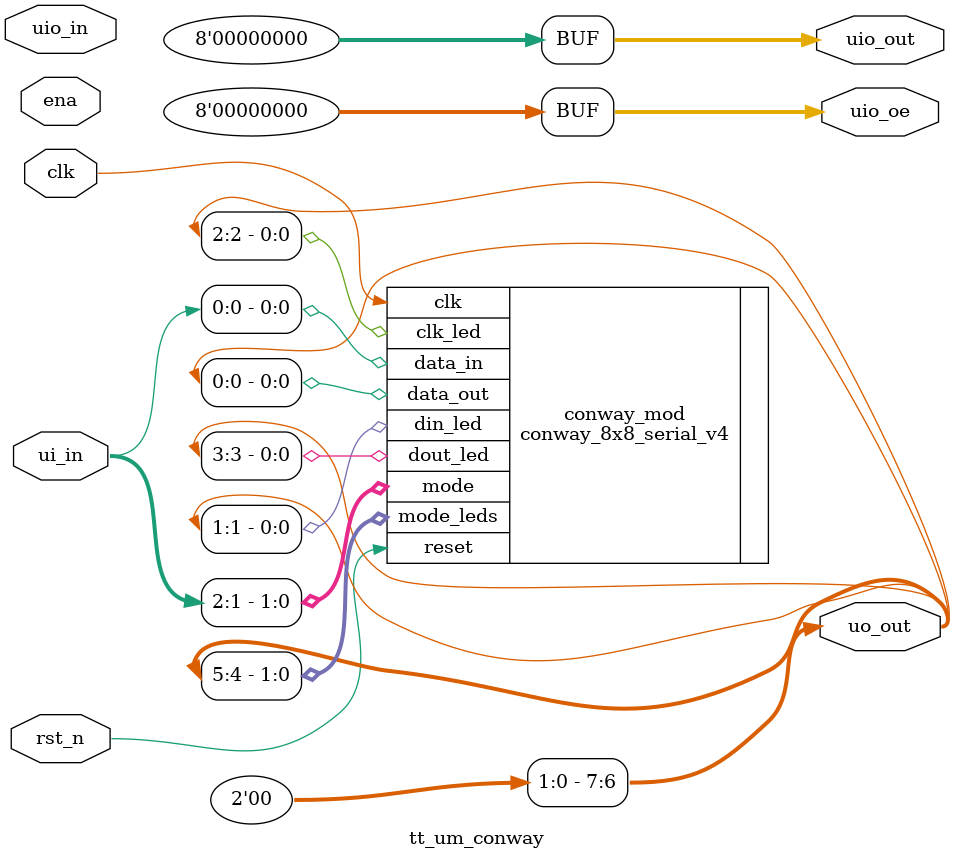
<source format=sv>
/*
 * Copyright (c) 2024 Your Name
 * SPDX-License-Identifier: Apache-2.0
 */

`default_nettype none

/* svlint off keyword_forbidden_wire_reg */
module tt_um_conway (
    input  wire [7:0] ui_in,    // Dedicated inputs
    output wire [7:0] uo_out,   // Dedicated outputs
    input  wire [7:0] uio_in,   // IOs: Input path
    output wire [7:0] uio_out,  // IOs: Output path
    output wire [7:0] uio_oe,   // IOs: Enable path (active high: 0=input, 1=output)
    input  wire       ena,      // always 1 when the design is powered, so you can ignore it
    input  wire       clk,      // clock
    input  wire       rst_n     // reset_n - low to reset
);
  /* svlint on keyword_forbidden_wire_reg */

  conway_8x8_serial_v4 conway_mod(
    .data_in(ui_in[0]),
    .mode(ui_in[2:1]),
    .reset(rst_n),
    .clk(clk),
    .data_out(uo_out[0]),
    .din_led(uo_out[1]),
    .clk_led(uo_out[2]),
    .dout_led(uo_out[3]),
    .mode_leds(uo_out[5:4])
  );

  // All output pins must be assigned. If not used, assign to 0.
  // assign uo_out  = ui_in + uio_in;  // Example: ou_out is the sum of ui_in and uio_in
  assign uio_out = 0;
  assign uio_oe  = 0;

  assign uo_out[7:6] = 0;

  // List all unused inputs to prevent warnings

endmodule

</source>
